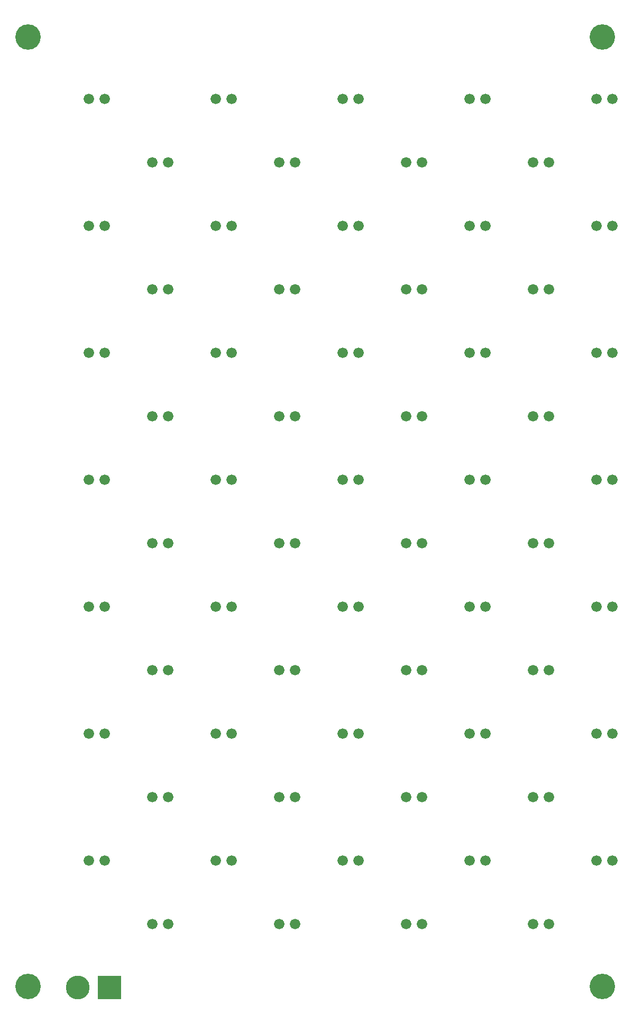
<source format=gts>
G04 (created by PCBNEW (2013-june-11)-stable) date Thu 26 Dec 2013 21:04:28 CET*
%MOIN*%
G04 Gerber Fmt 3.4, Leading zero omitted, Abs format*
%FSLAX34Y34*%
G01*
G70*
G90*
G04 APERTURE LIST*
%ADD10C,0.006*%
%ADD11C,0.066*%
%ADD12C,0.15*%
%ADD13R,0.15X0.15*%
%ADD14C,0.16*%
G04 APERTURE END LIST*
G54D10*
G54D11*
X47500Y-48000D03*
X48500Y-48000D03*
X43500Y-44000D03*
X44500Y-44000D03*
X47500Y-40000D03*
X48500Y-40000D03*
X51500Y-44000D03*
X52500Y-44000D03*
X55500Y-40000D03*
X56500Y-40000D03*
X59500Y-44000D03*
X60500Y-44000D03*
X63500Y-40000D03*
X64500Y-40000D03*
X31500Y-48000D03*
X32500Y-48000D03*
X35500Y-52000D03*
X36500Y-52000D03*
X39500Y-48000D03*
X40500Y-48000D03*
X43500Y-52000D03*
X44500Y-52000D03*
X39500Y-40000D03*
X40500Y-40000D03*
X51500Y-52000D03*
X52500Y-52000D03*
X55500Y-48000D03*
X56500Y-48000D03*
X59500Y-52000D03*
X60500Y-52000D03*
X63500Y-48000D03*
X64500Y-48000D03*
X31500Y-56000D03*
X32500Y-56000D03*
X35500Y-60000D03*
X36500Y-60000D03*
X39500Y-56000D03*
X40500Y-56000D03*
X43500Y-60000D03*
X44500Y-60000D03*
X47500Y-56000D03*
X48500Y-56000D03*
X35500Y-36000D03*
X36500Y-36000D03*
X35500Y-28000D03*
X36500Y-28000D03*
X39500Y-24000D03*
X40500Y-24000D03*
X43500Y-28000D03*
X44500Y-28000D03*
X47500Y-24000D03*
X48500Y-24000D03*
X51500Y-28000D03*
X52500Y-28000D03*
X55500Y-24000D03*
X56500Y-24000D03*
X59500Y-28000D03*
X60500Y-28000D03*
X63500Y-24000D03*
X64500Y-24000D03*
X31500Y-32000D03*
X32500Y-32000D03*
X51500Y-60000D03*
X52500Y-60000D03*
X39500Y-32000D03*
X40500Y-32000D03*
X43500Y-36000D03*
X44500Y-36000D03*
X47500Y-32000D03*
X48500Y-32000D03*
X51500Y-36000D03*
X52500Y-36000D03*
X55500Y-32000D03*
X56500Y-32000D03*
X59500Y-36000D03*
X60500Y-36000D03*
X63500Y-32000D03*
X64500Y-32000D03*
X31500Y-40000D03*
X32500Y-40000D03*
X35500Y-44000D03*
X36500Y-44000D03*
X31500Y-24000D03*
X32500Y-24000D03*
X63500Y-72000D03*
X64500Y-72000D03*
X59500Y-76000D03*
X60500Y-76000D03*
X55500Y-64000D03*
X56500Y-64000D03*
X55500Y-56000D03*
X56500Y-56000D03*
X59500Y-60000D03*
X60500Y-60000D03*
X63500Y-56000D03*
X64500Y-56000D03*
X31500Y-64000D03*
X32500Y-64000D03*
X35500Y-68000D03*
X36500Y-68000D03*
X39500Y-64000D03*
X40500Y-64000D03*
X43500Y-68000D03*
X44500Y-68000D03*
X47500Y-64000D03*
X48500Y-64000D03*
X51500Y-68000D03*
X52500Y-68000D03*
X59500Y-68000D03*
X60500Y-68000D03*
X63500Y-64000D03*
X64500Y-64000D03*
X31500Y-72000D03*
X32500Y-72000D03*
X35500Y-76000D03*
X36500Y-76000D03*
X39500Y-72000D03*
X40500Y-72000D03*
X43500Y-76000D03*
X44500Y-76000D03*
X47500Y-72000D03*
X48500Y-72000D03*
X51500Y-76000D03*
X52500Y-76000D03*
X55500Y-72000D03*
X56500Y-72000D03*
G54D12*
X30800Y-80000D03*
G54D13*
X32800Y-80000D03*
G54D14*
X27637Y-20078D03*
X63858Y-20078D03*
X63858Y-79921D03*
X27637Y-79921D03*
M02*

</source>
